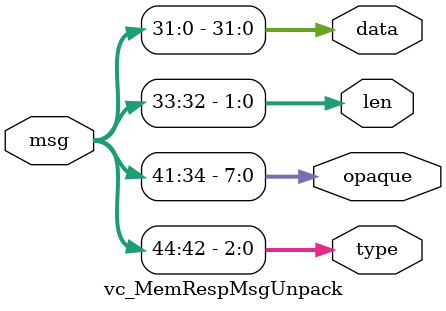
<source format=v>

`ifndef VC_MEM_MSGS_V
`define VC_MEM_MSGS_V


//------------------------------------------------------------------------
// Memory Request Message: Message fields ordered from right to left
//------------------------------------------------------------------------
// We use the following short names to make all of these preprocessor
// macros more succinct.

// Data field

`define VC_MEM_REQ_MSG_DATA_NBITS(o_,a_,d_)                             \
  d_

`define VC_MEM_REQ_MSG_DATA_MSB(o_,a_,d_)                               \
  ( `VC_MEM_REQ_MSG_DATA_NBITS(o_,a_,d_) - 1 )

`define VC_MEM_REQ_MSG_DATA_FIELD(o_,a_,d_)                             \
  (`VC_MEM_REQ_MSG_DATA_MSB(o_,a_,d_)):                                 \
  0

// Length field

`define VC_MEM_REQ_MSG_LEN_NBITS(o_,a_,d_)                              \
  ($clog2(d_/8))

`define VC_MEM_REQ_MSG_LEN_MSB(o_,a_,d_)                                \
  (   `VC_MEM_REQ_MSG_DATA_MSB(o_,a_,d_)                                \
    + `VC_MEM_REQ_MSG_LEN_NBITS(o_,a_,d_) )

`define VC_MEM_REQ_MSG_LEN_FIELD(o_,a_,d_)                              \
  (`VC_MEM_REQ_MSG_LEN_MSB(o_,a_,d_)):                                  \
  (`VC_MEM_REQ_MSG_DATA_MSB(o_,a_,d_) + 1)

// Address field

`define VC_MEM_REQ_MSG_ADDR_NBITS(o_,a_,d_)                             \
  a_

`define VC_MEM_REQ_MSG_ADDR_MSB(o_,a_,d_)                               \
  (   `VC_MEM_REQ_MSG_LEN_MSB(o_,a_,d_)                                 \
    + `VC_MEM_REQ_MSG_ADDR_NBITS(o_,a_,d_) )

`define VC_MEM_REQ_MSG_ADDR_FIELD(o_,a_,d_)                             \
  (`VC_MEM_REQ_MSG_ADDR_MSB(o_,a_,d_)):                                 \
  (`VC_MEM_REQ_MSG_LEN_MSB(o_,a_,d_) + 1)

// Opaque field

`define VC_MEM_REQ_MSG_OPAQUE_NBITS(o_,a_,d_)                           \
  o_

`define VC_MEM_REQ_MSG_OPAQUE_MSB(o_,a_,d_)                             \
  (   `VC_MEM_REQ_MSG_ADDR_MSB(o_,a_,d_)                                \
    + `VC_MEM_REQ_MSG_OPAQUE_NBITS(o_,a_,d_) )

`define VC_MEM_REQ_MSG_OPAQUE_FIELD(o_,a_,d_)                           \
  (`VC_MEM_REQ_MSG_OPAQUE_MSB(o_,a_,d_)):                               \
  (`VC_MEM_REQ_MSG_ADDR_MSB(o_,a_,d_) + 1)

// Type field

`define VC_MEM_REQ_MSG_TYPE_NBITS(o_,a_,d_) 3
`define VC_MEM_REQ_MSG_TYPE_READ     3'd0
`define VC_MEM_REQ_MSG_TYPE_WRITE    3'd1

// write no-refill
`define VC_MEM_REQ_MSG_TYPE_WRITE_INIT 3'd2
`define VC_MEM_REQ_MSG_TYPE_AMO_ADD    3'd3
`define VC_MEM_REQ_MSG_TYPE_AMO_AND    3'd4
`define VC_MEM_REQ_MSG_TYPE_AMO_OR     3'd5
`define VC_MEM_REQ_MSG_TYPE_X          3'dx

`define VC_MEM_REQ_MSG_TYPE_MSB(o_,a_,d_)                               \
  (   `VC_MEM_REQ_MSG_OPAQUE_MSB(o_,a_,d_)                              \
    + `VC_MEM_REQ_MSG_TYPE_NBITS(o_,a_,d_) )

`define VC_MEM_REQ_MSG_TYPE_FIELD(o_,a_,d_)                             \
  (`VC_MEM_REQ_MSG_TYPE_MSB(o_,a_,d_)):                                 \
  (`VC_MEM_REQ_MSG_OPAQUE_MSB(o_,a_,d_) + 1)

// Total size of message

`define VC_MEM_REQ_MSG_NBITS(o_,a_,d_)                                  \
  (   `VC_MEM_REQ_MSG_TYPE_NBITS(o_,a_,d_)                              \
    + `VC_MEM_REQ_MSG_OPAQUE_NBITS(o_,a_,d_)                            \
    + `VC_MEM_REQ_MSG_ADDR_NBITS(o_,a_,d_)                              \
    + `VC_MEM_REQ_MSG_LEN_NBITS(o_,a_,d_)                               \
    + `VC_MEM_REQ_MSG_DATA_NBITS(o_,a_,d_) )

//------------------------------------------------------------------------
// Memory Request Message: Pack message
//------------------------------------------------------------------------

module vc_MemReqMsgPack
#(
  parameter p_opaque_nbits = 8,
  parameter p_addr_nbits   = 32,
  parameter p_data_nbits   = 32,

  // Shorter names for message type, not to be set from outside the module
  parameter o = p_opaque_nbits,
  parameter a = p_addr_nbits,
  parameter d = p_data_nbits
)(
  // Input message

  input  [`VC_MEM_REQ_MSG_TYPE_NBITS(o,a,d)-1:0]   type,
  input  [`VC_MEM_REQ_MSG_OPAQUE_NBITS(o,a,d)-1:0] opaque,
  input  [`VC_MEM_REQ_MSG_ADDR_NBITS(o,a,d)-1:0]   addr,
  input  [`VC_MEM_REQ_MSG_LEN_NBITS(o,a,d)-1:0]    len,
  input  [`VC_MEM_REQ_MSG_DATA_NBITS(o,a,d)-1:0]   data,

  // Output bits

  output [`VC_MEM_REQ_MSG_NBITS(o,a,d)-1:0]        msg
);

  assign msg[`VC_MEM_REQ_MSG_TYPE_FIELD(o,a,d)]   = type;
  assign msg[`VC_MEM_REQ_MSG_OPAQUE_FIELD(o,a,d)] = opaque;
  assign msg[`VC_MEM_REQ_MSG_ADDR_FIELD(o,a,d)]   = addr;
  assign msg[`VC_MEM_REQ_MSG_LEN_FIELD(o,a,d)]    = len;
  assign msg[`VC_MEM_REQ_MSG_DATA_FIELD(o,a,d)]   = data;

endmodule

//------------------------------------------------------------------------
// Memory Request Message: Unpack message
//------------------------------------------------------------------------

module vc_MemReqMsgUnpack
#(
  parameter p_opaque_nbits = 8,
  parameter p_addr_nbits   = 32,
  parameter p_data_nbits   = 32,

  // Shorter names for message type, not to be set from outside the module
  parameter o = p_opaque_nbits,
  parameter a = p_addr_nbits,
  parameter d = p_data_nbits
)(

  // Input bits

  input [`VC_MEM_REQ_MSG_NBITS(o,a,d)-1:0]         msg,

  // Output message

  output [`VC_MEM_REQ_MSG_TYPE_NBITS(o,a,d)-1:0]   type,
  output [`VC_MEM_REQ_MSG_OPAQUE_NBITS(o,a,d)-1:0] opaque,
  output [`VC_MEM_REQ_MSG_ADDR_NBITS(o,a,d)-1:0]   addr,
  output [`VC_MEM_REQ_MSG_LEN_NBITS(o,a,d)-1:0]    len,
  output [`VC_MEM_REQ_MSG_DATA_NBITS(o,a,d)-1:0]   data
);

  assign type   = msg[`VC_MEM_REQ_MSG_TYPE_FIELD(o,a,d)];
  assign opaque = msg[`VC_MEM_REQ_MSG_OPAQUE_FIELD(o,a,d)];
  assign addr   = msg[`VC_MEM_REQ_MSG_ADDR_FIELD(o,a,d)];
  assign len    = msg[`VC_MEM_REQ_MSG_LEN_FIELD(o,a,d)];
  assign data   = msg[`VC_MEM_REQ_MSG_DATA_FIELD(o,a,d)];

endmodule


//========================================================================
// Memory Response Message
//========================================================================
// Memory request messages can either be for a read or write. Read
// responses include an opaque field, the actual data, and the number of
// bytes, while write responses currently include just the opaque field.
//
// Message Format:
//
//    4b    p_opaque_nbits  calc   p_data_nbits
//  +------+---------------+------+------------------+
//  | type | opaque        | len  | data             |
//  +------+---------------+------+------------------+
//
// The message type is parameterized by the number of bits in the opaque
// field and data field. Note that the size of the length field is
// caclulated from the number of bits in the data field, and that the
// length field is expressed in _bytes_. If the value of the length field
// is zero, then the read or write should be for the full width of the
// data field.
//
// For example, if the opaque field is 8 bits and the data is 32 bits,
// then the message format is as follows:
//
//   45  42 41           34 33  32 31               0
//  +------+---------------+------+------------------+
//  | type | opaque        | len  | data             |
//  +------+---------------+------+------------------+
//
// The length field is two bits. A length value of one means one byte was
// read, a length value of two means two bytes were read, and so on. A
// length value of zero means all four bytes were read. Note that not all
// memories will necessarily support any alignment and/or any value for
// the length field.
//
// The opaque field is reserved for use by a specific implementation. All
// memories should guarantee that every response includes the opaque
// field corresponding to the request that generated the response.

//------------------------------------------------------------------------
// Memory Response Message: Message fields ordered from right to left
//------------------------------------------------------------------------
// We use the following short names to make all of these preprocessor
// macros more succinct.

// Data field

`define VC_MEM_RESP_MSG_DATA_NBITS(o_,d_)                               \
  d_

`define VC_MEM_RESP_MSG_DATA_MSB(o_,d_)                                 \
  ( `VC_MEM_RESP_MSG_DATA_NBITS(o_,d_) - 1 )

`define VC_MEM_RESP_MSG_DATA_FIELD(o_,d_)                               \
  (`VC_MEM_RESP_MSG_DATA_MSB(o_,d_)):                                   \
  0

// Length field

`define VC_MEM_RESP_MSG_LEN_NBITS(o_,d_)                                \
  ($clog2(d_/8))

`define VC_MEM_RESP_MSG_LEN_MSB(o_,d_)                                  \
  (   `VC_MEM_RESP_MSG_DATA_MSB(o_,d_)                                  \
    + `VC_MEM_RESP_MSG_LEN_NBITS(o_,d_) )

`define VC_MEM_RESP_MSG_LEN_FIELD(o_,d_)                                \
  (`VC_MEM_RESP_MSG_LEN_MSB(o_,d_)):                                    \
  (`VC_MEM_RESP_MSG_DATA_MSB(o_,d_) + 1)

// Opaque field

`define VC_MEM_RESP_MSG_OPAQUE_NBITS(o_,d_)                             \
  o_

`define VC_MEM_RESP_MSG_OPAQUE_MSB(o_,d_)                               \
  (   `VC_MEM_RESP_MSG_LEN_MSB(o_,d_)                                   \
    + `VC_MEM_RESP_MSG_OPAQUE_NBITS(o_,d_) )

`define VC_MEM_RESP_MSG_OPAQUE_FIELD(o_,d_)                             \
  (`VC_MEM_RESP_MSG_OPAQUE_MSB(o_,d_)):                                 \
  (`VC_MEM_RESP_MSG_LEN_MSB(o_,d_) + 1)

// Type field

`define VC_MEM_RESP_MSG_TYPE_NBITS(o_,d_) 3
`define VC_MEM_RESP_MSG_TYPE_READ     3'd0
`define VC_MEM_RESP_MSG_TYPE_WRITE    3'd1

// write no-refill
`define VC_MEM_RESP_MSG_TYPE_WRITE_INIT 2'd2
`define VC_MEM_RESP_MSG_TYPE_AMO_ADD    3'd3
`define VC_MEM_RESP_MSG_TYPE_AMO_AND    3'd4
`define VC_MEM_RESP_MSG_TYPE_AMO_OR     3'd5
`define VC_MEM_RESP_MSG_TYPE_X          3'dx

`define VC_MEM_RESP_MSG_TYPE_MSB(o_,d_)                                 \
  (   `VC_MEM_RESP_MSG_OPAQUE_MSB(o_,d_)                                \
    + `VC_MEM_RESP_MSG_TYPE_NBITS(o_,d_) )

`define VC_MEM_RESP_MSG_TYPE_FIELD(o_,d_)                               \
  (`VC_MEM_RESP_MSG_TYPE_MSB(o_,d_)):                                   \
  (`VC_MEM_RESP_MSG_OPAQUE_MSB(o_,d_) + 1)

// Total size of message

`define VC_MEM_RESP_MSG_NBITS(o_,d_)                                    \
  (   `VC_MEM_RESP_MSG_TYPE_NBITS(o_,d_)                                \
    + `VC_MEM_RESP_MSG_OPAQUE_NBITS(o_,d_)                              \
    + `VC_MEM_RESP_MSG_LEN_NBITS(o_,d_)                                 \
    + `VC_MEM_RESP_MSG_DATA_NBITS(o_,d_) )

//------------------------------------------------------------------------
// Memory Response Message: Pack message
//------------------------------------------------------------------------

module vc_MemRespMsgPack
#(
  parameter p_opaque_nbits = 8,
  parameter p_data_nbits   = 32,

  // Shorter names for message type, not to be set from outside the module
  parameter o = p_opaque_nbits,
  parameter d = p_data_nbits
)(
  // Input message

  input  [`VC_MEM_RESP_MSG_TYPE_NBITS(o,d)-1:0]   type,
  input  [`VC_MEM_RESP_MSG_OPAQUE_NBITS(o,d)-1:0] opaque,
  input  [`VC_MEM_RESP_MSG_LEN_NBITS(o,d)-1:0]    len,
  input  [`VC_MEM_RESP_MSG_DATA_NBITS(o,d)-1:0]   data,

  // Output bits

  output [`VC_MEM_RESP_MSG_NBITS(o,d)-1:0]        msg
);

  assign msg[`VC_MEM_RESP_MSG_TYPE_FIELD(o,d)]   = type;
  assign msg[`VC_MEM_RESP_MSG_OPAQUE_FIELD(o,d)] = opaque;
  assign msg[`VC_MEM_RESP_MSG_LEN_FIELD(o,d)]    = len;
  assign msg[`VC_MEM_RESP_MSG_DATA_FIELD(o,d)]   = data;

endmodule

//------------------------------------------------------------------------
// Memory Response Message: Unpack message
//------------------------------------------------------------------------

module vc_MemRespMsgUnpack
#(
  parameter p_opaque_nbits = 8,
  parameter p_data_nbits   = 32,

  // Shorter names for message type, not to be set from outside the module
  parameter o = p_opaque_nbits,
  parameter d = p_data_nbits
)(

  // Input bits

  input [`VC_MEM_RESP_MSG_NBITS(o,d)-1:0]         msg,

  // Output message

  output [`VC_MEM_RESP_MSG_TYPE_NBITS(o,d)-1:0]   type,
  output [`VC_MEM_RESP_MSG_OPAQUE_NBITS(o,d)-1:0] opaque,
  output [`VC_MEM_RESP_MSG_LEN_NBITS(o,d)-1:0]    len,
  output [`VC_MEM_RESP_MSG_DATA_NBITS(o,d)-1:0]   data
);

  assign type   = msg[`VC_MEM_RESP_MSG_TYPE_FIELD(o,d)];
  assign opaque = msg[`VC_MEM_RESP_MSG_OPAQUE_FIELD(o,d)];
  assign len    = msg[`VC_MEM_RESP_MSG_LEN_FIELD(o,d)];
  assign data   = msg[`VC_MEM_RESP_MSG_DATA_FIELD(o,d)];

endmodule

`endif /* VC_MEM_MSGS_V */


</source>
